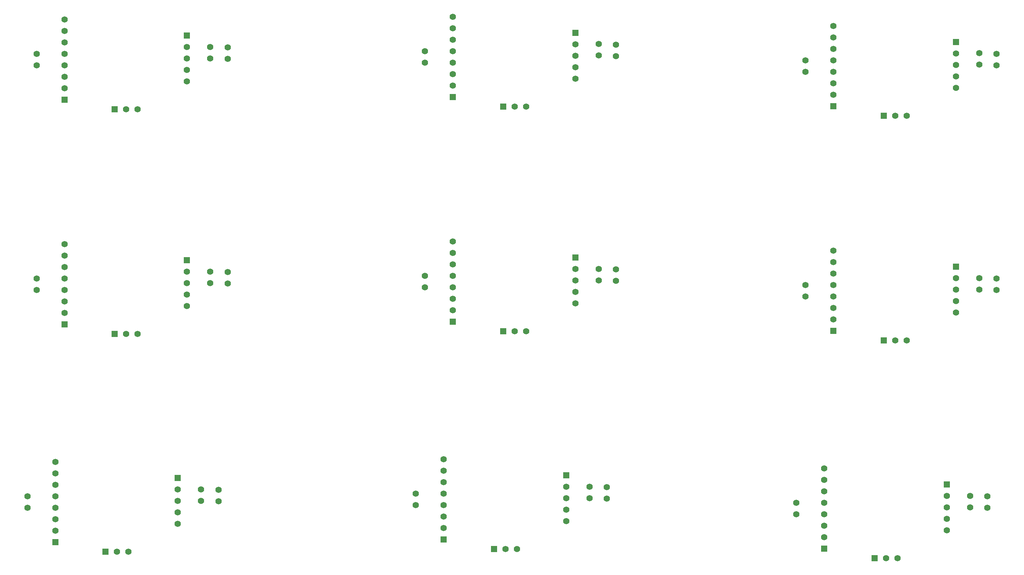
<source format=gtl>
G04 (created by PCBNEW-RS274X (2011-05-25)-stable) date mar 27 dic 2011 13:05:06 UYST*
G01*
G70*
G90*
%MOIN*%
G04 Gerber Fmt 3.4, Leading zero omitted, Abs format*
%FSLAX34Y34*%
G04 APERTURE LIST*
%ADD10C,0.006000*%
%ADD11R,0.055000X0.055000*%
%ADD12C,0.055000*%
G04 APERTURE END LIST*
G54D10*
G54D11*
X82531Y-58836D03*
G54D12*
X82531Y-57836D03*
X82531Y-56836D03*
X82531Y-55836D03*
X82531Y-54836D03*
X82531Y-53836D03*
X82531Y-52836D03*
X82531Y-51836D03*
X95259Y-54229D03*
X95259Y-55229D03*
X96767Y-54265D03*
X96767Y-55265D03*
X80114Y-55836D03*
X80114Y-54836D03*
G54D11*
X86921Y-59674D03*
G54D12*
X87921Y-59674D03*
X88921Y-59674D03*
G54D11*
X93224Y-53233D03*
G54D12*
X93224Y-54233D03*
X93224Y-55233D03*
X93224Y-56233D03*
X93224Y-57233D03*
G54D11*
X93224Y-53233D03*
G54D12*
X93224Y-54233D03*
X93224Y-55233D03*
X93224Y-56233D03*
X93224Y-57233D03*
G54D11*
X86921Y-59674D03*
G54D12*
X87921Y-59674D03*
X88921Y-59674D03*
X80114Y-55836D03*
X80114Y-54836D03*
X96767Y-54265D03*
X96767Y-55265D03*
X95259Y-54229D03*
X95259Y-55229D03*
G54D11*
X82531Y-58836D03*
G54D12*
X82531Y-57836D03*
X82531Y-56836D03*
X82531Y-55836D03*
X82531Y-54836D03*
X82531Y-53836D03*
X82531Y-52836D03*
X82531Y-51836D03*
G54D11*
X82531Y-58836D03*
G54D12*
X82531Y-57836D03*
X82531Y-56836D03*
X82531Y-55836D03*
X82531Y-54836D03*
X82531Y-53836D03*
X82531Y-52836D03*
X82531Y-51836D03*
X95259Y-54229D03*
X95259Y-55229D03*
X96767Y-54265D03*
X96767Y-55265D03*
X80114Y-55836D03*
X80114Y-54836D03*
G54D11*
X86921Y-59674D03*
G54D12*
X87921Y-59674D03*
X88921Y-59674D03*
G54D11*
X93224Y-53233D03*
G54D12*
X93224Y-54233D03*
X93224Y-55233D03*
X93224Y-56233D03*
X93224Y-57233D03*
G54D11*
X93224Y-53233D03*
G54D12*
X93224Y-54233D03*
X93224Y-55233D03*
X93224Y-56233D03*
X93224Y-57233D03*
G54D11*
X86921Y-59674D03*
G54D12*
X87921Y-59674D03*
X88921Y-59674D03*
X80114Y-55836D03*
X80114Y-54836D03*
X96767Y-54265D03*
X96767Y-55265D03*
X95259Y-54229D03*
X95259Y-55229D03*
G54D11*
X82531Y-58836D03*
G54D12*
X82531Y-57836D03*
X82531Y-56836D03*
X82531Y-55836D03*
X82531Y-54836D03*
X82531Y-53836D03*
X82531Y-52836D03*
X82531Y-51836D03*
G54D11*
X82531Y-58836D03*
G54D12*
X82531Y-57836D03*
X82531Y-56836D03*
X82531Y-55836D03*
X82531Y-54836D03*
X82531Y-53836D03*
X82531Y-52836D03*
X82531Y-51836D03*
X95259Y-54229D03*
X95259Y-55229D03*
X96767Y-54265D03*
X96767Y-55265D03*
X80114Y-55836D03*
X80114Y-54836D03*
G54D11*
X86921Y-59674D03*
G54D12*
X87921Y-59674D03*
X88921Y-59674D03*
G54D11*
X93224Y-53233D03*
G54D12*
X93224Y-54233D03*
X93224Y-55233D03*
X93224Y-56233D03*
X93224Y-57233D03*
G54D11*
X93224Y-53233D03*
G54D12*
X93224Y-54233D03*
X93224Y-55233D03*
X93224Y-56233D03*
X93224Y-57233D03*
G54D11*
X86921Y-59674D03*
G54D12*
X87921Y-59674D03*
X88921Y-59674D03*
X80114Y-55836D03*
X80114Y-54836D03*
X96767Y-54265D03*
X96767Y-55265D03*
X95259Y-54229D03*
X95259Y-55229D03*
G54D11*
X82531Y-58836D03*
G54D12*
X82531Y-57836D03*
X82531Y-56836D03*
X82531Y-55836D03*
X82531Y-54836D03*
X82531Y-53836D03*
X82531Y-52836D03*
X82531Y-51836D03*
G54D11*
X82531Y-58836D03*
G54D12*
X82531Y-57836D03*
X82531Y-56836D03*
X82531Y-55836D03*
X82531Y-54836D03*
X82531Y-53836D03*
X82531Y-52836D03*
X82531Y-51836D03*
X95259Y-54229D03*
X95259Y-55229D03*
X96767Y-54265D03*
X96767Y-55265D03*
X80114Y-55836D03*
X80114Y-54836D03*
G54D11*
X86921Y-59674D03*
G54D12*
X87921Y-59674D03*
X88921Y-59674D03*
G54D11*
X93224Y-53233D03*
G54D12*
X93224Y-54233D03*
X93224Y-55233D03*
X93224Y-56233D03*
X93224Y-57233D03*
G54D11*
X93224Y-53233D03*
G54D12*
X93224Y-54233D03*
X93224Y-55233D03*
X93224Y-56233D03*
X93224Y-57233D03*
G54D11*
X86921Y-59674D03*
G54D12*
X87921Y-59674D03*
X88921Y-59674D03*
X80114Y-55836D03*
X80114Y-54836D03*
X96767Y-54265D03*
X96767Y-55265D03*
X95259Y-54229D03*
X95259Y-55229D03*
G54D11*
X82531Y-58836D03*
G54D12*
X82531Y-57836D03*
X82531Y-56836D03*
X82531Y-55836D03*
X82531Y-54836D03*
X82531Y-53836D03*
X82531Y-52836D03*
X82531Y-51836D03*
G54D11*
X15453Y-58277D03*
G54D12*
X15453Y-57277D03*
X15453Y-56277D03*
X15453Y-55277D03*
X15453Y-54277D03*
X15453Y-53277D03*
X15453Y-52277D03*
X15453Y-51277D03*
X28181Y-53670D03*
X28181Y-54670D03*
X29689Y-53706D03*
X29689Y-54706D03*
X13036Y-55277D03*
X13036Y-54277D03*
G54D11*
X19843Y-59115D03*
G54D12*
X20843Y-59115D03*
X21843Y-59115D03*
G54D11*
X26146Y-52674D03*
G54D12*
X26146Y-53674D03*
X26146Y-54674D03*
X26146Y-55674D03*
X26146Y-56674D03*
G54D11*
X26146Y-52674D03*
G54D12*
X26146Y-53674D03*
X26146Y-54674D03*
X26146Y-55674D03*
X26146Y-56674D03*
G54D11*
X19843Y-59115D03*
G54D12*
X20843Y-59115D03*
X21843Y-59115D03*
X13036Y-55277D03*
X13036Y-54277D03*
X29689Y-53706D03*
X29689Y-54706D03*
X28181Y-53670D03*
X28181Y-54670D03*
G54D11*
X15453Y-58277D03*
G54D12*
X15453Y-57277D03*
X15453Y-56277D03*
X15453Y-55277D03*
X15453Y-54277D03*
X15453Y-53277D03*
X15453Y-52277D03*
X15453Y-51277D03*
G54D11*
X15453Y-58277D03*
G54D12*
X15453Y-57277D03*
X15453Y-56277D03*
X15453Y-55277D03*
X15453Y-54277D03*
X15453Y-53277D03*
X15453Y-52277D03*
X15453Y-51277D03*
X28181Y-53670D03*
X28181Y-54670D03*
X29689Y-53706D03*
X29689Y-54706D03*
X13036Y-55277D03*
X13036Y-54277D03*
G54D11*
X19843Y-59115D03*
G54D12*
X20843Y-59115D03*
X21843Y-59115D03*
G54D11*
X26146Y-52674D03*
G54D12*
X26146Y-53674D03*
X26146Y-54674D03*
X26146Y-55674D03*
X26146Y-56674D03*
G54D11*
X26146Y-52674D03*
G54D12*
X26146Y-53674D03*
X26146Y-54674D03*
X26146Y-55674D03*
X26146Y-56674D03*
G54D11*
X19843Y-59115D03*
G54D12*
X20843Y-59115D03*
X21843Y-59115D03*
X13036Y-55277D03*
X13036Y-54277D03*
X29689Y-53706D03*
X29689Y-54706D03*
X28181Y-53670D03*
X28181Y-54670D03*
G54D11*
X15453Y-58277D03*
G54D12*
X15453Y-57277D03*
X15453Y-56277D03*
X15453Y-55277D03*
X15453Y-54277D03*
X15453Y-53277D03*
X15453Y-52277D03*
X15453Y-51277D03*
G54D11*
X15453Y-58277D03*
G54D12*
X15453Y-57277D03*
X15453Y-56277D03*
X15453Y-55277D03*
X15453Y-54277D03*
X15453Y-53277D03*
X15453Y-52277D03*
X15453Y-51277D03*
X28181Y-53670D03*
X28181Y-54670D03*
X29689Y-53706D03*
X29689Y-54706D03*
X13036Y-55277D03*
X13036Y-54277D03*
G54D11*
X19843Y-59115D03*
G54D12*
X20843Y-59115D03*
X21843Y-59115D03*
G54D11*
X26146Y-52674D03*
G54D12*
X26146Y-53674D03*
X26146Y-54674D03*
X26146Y-55674D03*
X26146Y-56674D03*
G54D11*
X26146Y-52674D03*
G54D12*
X26146Y-53674D03*
X26146Y-54674D03*
X26146Y-55674D03*
X26146Y-56674D03*
G54D11*
X19843Y-59115D03*
G54D12*
X20843Y-59115D03*
X21843Y-59115D03*
X13036Y-55277D03*
X13036Y-54277D03*
X29689Y-53706D03*
X29689Y-54706D03*
X28181Y-53670D03*
X28181Y-54670D03*
G54D11*
X15453Y-58277D03*
G54D12*
X15453Y-57277D03*
X15453Y-56277D03*
X15453Y-55277D03*
X15453Y-54277D03*
X15453Y-53277D03*
X15453Y-52277D03*
X15453Y-51277D03*
G54D11*
X15453Y-58277D03*
G54D12*
X15453Y-57277D03*
X15453Y-56277D03*
X15453Y-55277D03*
X15453Y-54277D03*
X15453Y-53277D03*
X15453Y-52277D03*
X15453Y-51277D03*
X28181Y-53670D03*
X28181Y-54670D03*
X29689Y-53706D03*
X29689Y-54706D03*
X13036Y-55277D03*
X13036Y-54277D03*
G54D11*
X19843Y-59115D03*
G54D12*
X20843Y-59115D03*
X21843Y-59115D03*
G54D11*
X26146Y-52674D03*
G54D12*
X26146Y-53674D03*
X26146Y-54674D03*
X26146Y-55674D03*
X26146Y-56674D03*
G54D11*
X26146Y-52674D03*
G54D12*
X26146Y-53674D03*
X26146Y-54674D03*
X26146Y-55674D03*
X26146Y-56674D03*
G54D11*
X19843Y-59115D03*
G54D12*
X20843Y-59115D03*
X21843Y-59115D03*
X13036Y-55277D03*
X13036Y-54277D03*
X29689Y-53706D03*
X29689Y-54706D03*
X28181Y-53670D03*
X28181Y-54670D03*
G54D11*
X15453Y-58277D03*
G54D12*
X15453Y-57277D03*
X15453Y-56277D03*
X15453Y-55277D03*
X15453Y-54277D03*
X15453Y-53277D03*
X15453Y-52277D03*
X15453Y-51277D03*
G54D11*
X49331Y-58037D03*
G54D12*
X49331Y-57037D03*
X49331Y-56037D03*
X49331Y-55037D03*
X49331Y-54037D03*
X49331Y-53037D03*
X49331Y-52037D03*
X49331Y-51037D03*
X62059Y-53430D03*
X62059Y-54430D03*
X63567Y-53466D03*
X63567Y-54466D03*
X46914Y-55037D03*
X46914Y-54037D03*
G54D11*
X53721Y-58875D03*
G54D12*
X54721Y-58875D03*
X55721Y-58875D03*
G54D11*
X60024Y-52434D03*
G54D12*
X60024Y-53434D03*
X60024Y-54434D03*
X60024Y-55434D03*
X60024Y-56434D03*
G54D11*
X60024Y-52434D03*
G54D12*
X60024Y-53434D03*
X60024Y-54434D03*
X60024Y-55434D03*
X60024Y-56434D03*
G54D11*
X53721Y-58875D03*
G54D12*
X54721Y-58875D03*
X55721Y-58875D03*
X46914Y-55037D03*
X46914Y-54037D03*
X63567Y-53466D03*
X63567Y-54466D03*
X62059Y-53430D03*
X62059Y-54430D03*
G54D11*
X49331Y-58037D03*
G54D12*
X49331Y-57037D03*
X49331Y-56037D03*
X49331Y-55037D03*
X49331Y-54037D03*
X49331Y-53037D03*
X49331Y-52037D03*
X49331Y-51037D03*
G54D11*
X49331Y-58037D03*
G54D12*
X49331Y-57037D03*
X49331Y-56037D03*
X49331Y-55037D03*
X49331Y-54037D03*
X49331Y-53037D03*
X49331Y-52037D03*
X49331Y-51037D03*
X62059Y-53430D03*
X62059Y-54430D03*
X63567Y-53466D03*
X63567Y-54466D03*
X46914Y-55037D03*
X46914Y-54037D03*
G54D11*
X53721Y-58875D03*
G54D12*
X54721Y-58875D03*
X55721Y-58875D03*
G54D11*
X60024Y-52434D03*
G54D12*
X60024Y-53434D03*
X60024Y-54434D03*
X60024Y-55434D03*
X60024Y-56434D03*
G54D11*
X60024Y-52434D03*
G54D12*
X60024Y-53434D03*
X60024Y-54434D03*
X60024Y-55434D03*
X60024Y-56434D03*
G54D11*
X53721Y-58875D03*
G54D12*
X54721Y-58875D03*
X55721Y-58875D03*
X46914Y-55037D03*
X46914Y-54037D03*
X63567Y-53466D03*
X63567Y-54466D03*
X62059Y-53430D03*
X62059Y-54430D03*
G54D11*
X49331Y-58037D03*
G54D12*
X49331Y-57037D03*
X49331Y-56037D03*
X49331Y-55037D03*
X49331Y-54037D03*
X49331Y-53037D03*
X49331Y-52037D03*
X49331Y-51037D03*
G54D11*
X49331Y-58037D03*
G54D12*
X49331Y-57037D03*
X49331Y-56037D03*
X49331Y-55037D03*
X49331Y-54037D03*
X49331Y-53037D03*
X49331Y-52037D03*
X49331Y-51037D03*
X62059Y-53430D03*
X62059Y-54430D03*
X63567Y-53466D03*
X63567Y-54466D03*
X46914Y-55037D03*
X46914Y-54037D03*
G54D11*
X53721Y-58875D03*
G54D12*
X54721Y-58875D03*
X55721Y-58875D03*
G54D11*
X60024Y-52434D03*
G54D12*
X60024Y-53434D03*
X60024Y-54434D03*
X60024Y-55434D03*
X60024Y-56434D03*
G54D11*
X60024Y-52434D03*
G54D12*
X60024Y-53434D03*
X60024Y-54434D03*
X60024Y-55434D03*
X60024Y-56434D03*
G54D11*
X53721Y-58875D03*
G54D12*
X54721Y-58875D03*
X55721Y-58875D03*
X46914Y-55037D03*
X46914Y-54037D03*
X63567Y-53466D03*
X63567Y-54466D03*
X62059Y-53430D03*
X62059Y-54430D03*
G54D11*
X49331Y-58037D03*
G54D12*
X49331Y-57037D03*
X49331Y-56037D03*
X49331Y-55037D03*
X49331Y-54037D03*
X49331Y-53037D03*
X49331Y-52037D03*
X49331Y-51037D03*
G54D11*
X49331Y-58037D03*
G54D12*
X49331Y-57037D03*
X49331Y-56037D03*
X49331Y-55037D03*
X49331Y-54037D03*
X49331Y-53037D03*
X49331Y-52037D03*
X49331Y-51037D03*
X62059Y-53430D03*
X62059Y-54430D03*
X63567Y-53466D03*
X63567Y-54466D03*
X46914Y-55037D03*
X46914Y-54037D03*
G54D11*
X53721Y-58875D03*
G54D12*
X54721Y-58875D03*
X55721Y-58875D03*
G54D11*
X60024Y-52434D03*
G54D12*
X60024Y-53434D03*
X60024Y-54434D03*
X60024Y-55434D03*
X60024Y-56434D03*
G54D11*
X60024Y-52434D03*
G54D12*
X60024Y-53434D03*
X60024Y-54434D03*
X60024Y-55434D03*
X60024Y-56434D03*
G54D11*
X53721Y-58875D03*
G54D12*
X54721Y-58875D03*
X55721Y-58875D03*
X46914Y-55037D03*
X46914Y-54037D03*
X63567Y-53466D03*
X63567Y-54466D03*
X62059Y-53430D03*
X62059Y-54430D03*
G54D11*
X49331Y-58037D03*
G54D12*
X49331Y-57037D03*
X49331Y-56037D03*
X49331Y-55037D03*
X49331Y-54037D03*
X49331Y-53037D03*
X49331Y-52037D03*
X49331Y-51037D03*
G54D11*
X50130Y-39037D03*
G54D12*
X50130Y-38037D03*
X50130Y-37037D03*
X50130Y-36037D03*
X50130Y-35037D03*
X50130Y-34037D03*
X50130Y-33037D03*
X50130Y-32037D03*
X62858Y-34430D03*
X62858Y-35430D03*
X64366Y-34466D03*
X64366Y-35466D03*
X47713Y-36037D03*
X47713Y-35037D03*
G54D11*
X54520Y-39875D03*
G54D12*
X55520Y-39875D03*
X56520Y-39875D03*
G54D11*
X60823Y-33434D03*
G54D12*
X60823Y-34434D03*
X60823Y-35434D03*
X60823Y-36434D03*
X60823Y-37434D03*
G54D11*
X60823Y-33434D03*
G54D12*
X60823Y-34434D03*
X60823Y-35434D03*
X60823Y-36434D03*
X60823Y-37434D03*
G54D11*
X54520Y-39875D03*
G54D12*
X55520Y-39875D03*
X56520Y-39875D03*
X47713Y-36037D03*
X47713Y-35037D03*
X64366Y-34466D03*
X64366Y-35466D03*
X62858Y-34430D03*
X62858Y-35430D03*
G54D11*
X50130Y-39037D03*
G54D12*
X50130Y-38037D03*
X50130Y-37037D03*
X50130Y-36037D03*
X50130Y-35037D03*
X50130Y-34037D03*
X50130Y-33037D03*
X50130Y-32037D03*
G54D11*
X50130Y-39037D03*
G54D12*
X50130Y-38037D03*
X50130Y-37037D03*
X50130Y-36037D03*
X50130Y-35037D03*
X50130Y-34037D03*
X50130Y-33037D03*
X50130Y-32037D03*
X62858Y-34430D03*
X62858Y-35430D03*
X64366Y-34466D03*
X64366Y-35466D03*
X47713Y-36037D03*
X47713Y-35037D03*
G54D11*
X54520Y-39875D03*
G54D12*
X55520Y-39875D03*
X56520Y-39875D03*
G54D11*
X60823Y-33434D03*
G54D12*
X60823Y-34434D03*
X60823Y-35434D03*
X60823Y-36434D03*
X60823Y-37434D03*
G54D11*
X60823Y-33434D03*
G54D12*
X60823Y-34434D03*
X60823Y-35434D03*
X60823Y-36434D03*
X60823Y-37434D03*
G54D11*
X54520Y-39875D03*
G54D12*
X55520Y-39875D03*
X56520Y-39875D03*
X47713Y-36037D03*
X47713Y-35037D03*
X64366Y-34466D03*
X64366Y-35466D03*
X62858Y-34430D03*
X62858Y-35430D03*
G54D11*
X50130Y-39037D03*
G54D12*
X50130Y-38037D03*
X50130Y-37037D03*
X50130Y-36037D03*
X50130Y-35037D03*
X50130Y-34037D03*
X50130Y-33037D03*
X50130Y-32037D03*
G54D11*
X50130Y-39037D03*
G54D12*
X50130Y-38037D03*
X50130Y-37037D03*
X50130Y-36037D03*
X50130Y-35037D03*
X50130Y-34037D03*
X50130Y-33037D03*
X50130Y-32037D03*
X62858Y-34430D03*
X62858Y-35430D03*
X64366Y-34466D03*
X64366Y-35466D03*
X47713Y-36037D03*
X47713Y-35037D03*
G54D11*
X54520Y-39875D03*
G54D12*
X55520Y-39875D03*
X56520Y-39875D03*
G54D11*
X60823Y-33434D03*
G54D12*
X60823Y-34434D03*
X60823Y-35434D03*
X60823Y-36434D03*
X60823Y-37434D03*
G54D11*
X60823Y-33434D03*
G54D12*
X60823Y-34434D03*
X60823Y-35434D03*
X60823Y-36434D03*
X60823Y-37434D03*
G54D11*
X54520Y-39875D03*
G54D12*
X55520Y-39875D03*
X56520Y-39875D03*
X47713Y-36037D03*
X47713Y-35037D03*
X64366Y-34466D03*
X64366Y-35466D03*
X62858Y-34430D03*
X62858Y-35430D03*
G54D11*
X50130Y-39037D03*
G54D12*
X50130Y-38037D03*
X50130Y-37037D03*
X50130Y-36037D03*
X50130Y-35037D03*
X50130Y-34037D03*
X50130Y-33037D03*
X50130Y-32037D03*
G54D11*
X50130Y-39037D03*
G54D12*
X50130Y-38037D03*
X50130Y-37037D03*
X50130Y-36037D03*
X50130Y-35037D03*
X50130Y-34037D03*
X50130Y-33037D03*
X50130Y-32037D03*
X62858Y-34430D03*
X62858Y-35430D03*
X64366Y-34466D03*
X64366Y-35466D03*
X47713Y-36037D03*
X47713Y-35037D03*
G54D11*
X54520Y-39875D03*
G54D12*
X55520Y-39875D03*
X56520Y-39875D03*
G54D11*
X60823Y-33434D03*
G54D12*
X60823Y-34434D03*
X60823Y-35434D03*
X60823Y-36434D03*
X60823Y-37434D03*
G54D11*
X60823Y-33434D03*
G54D12*
X60823Y-34434D03*
X60823Y-35434D03*
X60823Y-36434D03*
X60823Y-37434D03*
G54D11*
X54520Y-39875D03*
G54D12*
X55520Y-39875D03*
X56520Y-39875D03*
X47713Y-36037D03*
X47713Y-35037D03*
X64366Y-34466D03*
X64366Y-35466D03*
X62858Y-34430D03*
X62858Y-35430D03*
G54D11*
X50130Y-39037D03*
G54D12*
X50130Y-38037D03*
X50130Y-37037D03*
X50130Y-36037D03*
X50130Y-35037D03*
X50130Y-34037D03*
X50130Y-33037D03*
X50130Y-32037D03*
G54D11*
X16252Y-39277D03*
G54D12*
X16252Y-38277D03*
X16252Y-37277D03*
X16252Y-36277D03*
X16252Y-35277D03*
X16252Y-34277D03*
X16252Y-33277D03*
X16252Y-32277D03*
X28980Y-34670D03*
X28980Y-35670D03*
X30488Y-34706D03*
X30488Y-35706D03*
X13835Y-36277D03*
X13835Y-35277D03*
G54D11*
X20642Y-40115D03*
G54D12*
X21642Y-40115D03*
X22642Y-40115D03*
G54D11*
X26945Y-33674D03*
G54D12*
X26945Y-34674D03*
X26945Y-35674D03*
X26945Y-36674D03*
X26945Y-37674D03*
G54D11*
X26945Y-33674D03*
G54D12*
X26945Y-34674D03*
X26945Y-35674D03*
X26945Y-36674D03*
X26945Y-37674D03*
G54D11*
X20642Y-40115D03*
G54D12*
X21642Y-40115D03*
X22642Y-40115D03*
X13835Y-36277D03*
X13835Y-35277D03*
X30488Y-34706D03*
X30488Y-35706D03*
X28980Y-34670D03*
X28980Y-35670D03*
G54D11*
X16252Y-39277D03*
G54D12*
X16252Y-38277D03*
X16252Y-37277D03*
X16252Y-36277D03*
X16252Y-35277D03*
X16252Y-34277D03*
X16252Y-33277D03*
X16252Y-32277D03*
G54D11*
X16252Y-39277D03*
G54D12*
X16252Y-38277D03*
X16252Y-37277D03*
X16252Y-36277D03*
X16252Y-35277D03*
X16252Y-34277D03*
X16252Y-33277D03*
X16252Y-32277D03*
X28980Y-34670D03*
X28980Y-35670D03*
X30488Y-34706D03*
X30488Y-35706D03*
X13835Y-36277D03*
X13835Y-35277D03*
G54D11*
X20642Y-40115D03*
G54D12*
X21642Y-40115D03*
X22642Y-40115D03*
G54D11*
X26945Y-33674D03*
G54D12*
X26945Y-34674D03*
X26945Y-35674D03*
X26945Y-36674D03*
X26945Y-37674D03*
G54D11*
X26945Y-33674D03*
G54D12*
X26945Y-34674D03*
X26945Y-35674D03*
X26945Y-36674D03*
X26945Y-37674D03*
G54D11*
X20642Y-40115D03*
G54D12*
X21642Y-40115D03*
X22642Y-40115D03*
X13835Y-36277D03*
X13835Y-35277D03*
X30488Y-34706D03*
X30488Y-35706D03*
X28980Y-34670D03*
X28980Y-35670D03*
G54D11*
X16252Y-39277D03*
G54D12*
X16252Y-38277D03*
X16252Y-37277D03*
X16252Y-36277D03*
X16252Y-35277D03*
X16252Y-34277D03*
X16252Y-33277D03*
X16252Y-32277D03*
G54D11*
X16252Y-39277D03*
G54D12*
X16252Y-38277D03*
X16252Y-37277D03*
X16252Y-36277D03*
X16252Y-35277D03*
X16252Y-34277D03*
X16252Y-33277D03*
X16252Y-32277D03*
X28980Y-34670D03*
X28980Y-35670D03*
X30488Y-34706D03*
X30488Y-35706D03*
X13835Y-36277D03*
X13835Y-35277D03*
G54D11*
X20642Y-40115D03*
G54D12*
X21642Y-40115D03*
X22642Y-40115D03*
G54D11*
X26945Y-33674D03*
G54D12*
X26945Y-34674D03*
X26945Y-35674D03*
X26945Y-36674D03*
X26945Y-37674D03*
G54D11*
X26945Y-33674D03*
G54D12*
X26945Y-34674D03*
X26945Y-35674D03*
X26945Y-36674D03*
X26945Y-37674D03*
G54D11*
X20642Y-40115D03*
G54D12*
X21642Y-40115D03*
X22642Y-40115D03*
X13835Y-36277D03*
X13835Y-35277D03*
X30488Y-34706D03*
X30488Y-35706D03*
X28980Y-34670D03*
X28980Y-35670D03*
G54D11*
X16252Y-39277D03*
G54D12*
X16252Y-38277D03*
X16252Y-37277D03*
X16252Y-36277D03*
X16252Y-35277D03*
X16252Y-34277D03*
X16252Y-33277D03*
X16252Y-32277D03*
G54D11*
X16252Y-39277D03*
G54D12*
X16252Y-38277D03*
X16252Y-37277D03*
X16252Y-36277D03*
X16252Y-35277D03*
X16252Y-34277D03*
X16252Y-33277D03*
X16252Y-32277D03*
X28980Y-34670D03*
X28980Y-35670D03*
X30488Y-34706D03*
X30488Y-35706D03*
X13835Y-36277D03*
X13835Y-35277D03*
G54D11*
X20642Y-40115D03*
G54D12*
X21642Y-40115D03*
X22642Y-40115D03*
G54D11*
X26945Y-33674D03*
G54D12*
X26945Y-34674D03*
X26945Y-35674D03*
X26945Y-36674D03*
X26945Y-37674D03*
G54D11*
X26945Y-33674D03*
G54D12*
X26945Y-34674D03*
X26945Y-35674D03*
X26945Y-36674D03*
X26945Y-37674D03*
G54D11*
X20642Y-40115D03*
G54D12*
X21642Y-40115D03*
X22642Y-40115D03*
X13835Y-36277D03*
X13835Y-35277D03*
X30488Y-34706D03*
X30488Y-35706D03*
X28980Y-34670D03*
X28980Y-35670D03*
G54D11*
X16252Y-39277D03*
G54D12*
X16252Y-38277D03*
X16252Y-37277D03*
X16252Y-36277D03*
X16252Y-35277D03*
X16252Y-34277D03*
X16252Y-33277D03*
X16252Y-32277D03*
G54D11*
X83330Y-39836D03*
G54D12*
X83330Y-38836D03*
X83330Y-37836D03*
X83330Y-36836D03*
X83330Y-35836D03*
X83330Y-34836D03*
X83330Y-33836D03*
X83330Y-32836D03*
X96058Y-35229D03*
X96058Y-36229D03*
X97566Y-35265D03*
X97566Y-36265D03*
X80913Y-36836D03*
X80913Y-35836D03*
G54D11*
X87720Y-40674D03*
G54D12*
X88720Y-40674D03*
X89720Y-40674D03*
G54D11*
X94023Y-34233D03*
G54D12*
X94023Y-35233D03*
X94023Y-36233D03*
X94023Y-37233D03*
X94023Y-38233D03*
G54D11*
X94023Y-34233D03*
G54D12*
X94023Y-35233D03*
X94023Y-36233D03*
X94023Y-37233D03*
X94023Y-38233D03*
G54D11*
X87720Y-40674D03*
G54D12*
X88720Y-40674D03*
X89720Y-40674D03*
X80913Y-36836D03*
X80913Y-35836D03*
X97566Y-35265D03*
X97566Y-36265D03*
X96058Y-35229D03*
X96058Y-36229D03*
G54D11*
X83330Y-39836D03*
G54D12*
X83330Y-38836D03*
X83330Y-37836D03*
X83330Y-36836D03*
X83330Y-35836D03*
X83330Y-34836D03*
X83330Y-33836D03*
X83330Y-32836D03*
G54D11*
X83330Y-39836D03*
G54D12*
X83330Y-38836D03*
X83330Y-37836D03*
X83330Y-36836D03*
X83330Y-35836D03*
X83330Y-34836D03*
X83330Y-33836D03*
X83330Y-32836D03*
X96058Y-35229D03*
X96058Y-36229D03*
X97566Y-35265D03*
X97566Y-36265D03*
X80913Y-36836D03*
X80913Y-35836D03*
G54D11*
X87720Y-40674D03*
G54D12*
X88720Y-40674D03*
X89720Y-40674D03*
G54D11*
X94023Y-34233D03*
G54D12*
X94023Y-35233D03*
X94023Y-36233D03*
X94023Y-37233D03*
X94023Y-38233D03*
G54D11*
X94023Y-34233D03*
G54D12*
X94023Y-35233D03*
X94023Y-36233D03*
X94023Y-37233D03*
X94023Y-38233D03*
G54D11*
X87720Y-40674D03*
G54D12*
X88720Y-40674D03*
X89720Y-40674D03*
X80913Y-36836D03*
X80913Y-35836D03*
X97566Y-35265D03*
X97566Y-36265D03*
X96058Y-35229D03*
X96058Y-36229D03*
G54D11*
X83330Y-39836D03*
G54D12*
X83330Y-38836D03*
X83330Y-37836D03*
X83330Y-36836D03*
X83330Y-35836D03*
X83330Y-34836D03*
X83330Y-33836D03*
X83330Y-32836D03*
G54D11*
X83330Y-39836D03*
G54D12*
X83330Y-38836D03*
X83330Y-37836D03*
X83330Y-36836D03*
X83330Y-35836D03*
X83330Y-34836D03*
X83330Y-33836D03*
X83330Y-32836D03*
X96058Y-35229D03*
X96058Y-36229D03*
X97566Y-35265D03*
X97566Y-36265D03*
X80913Y-36836D03*
X80913Y-35836D03*
G54D11*
X87720Y-40674D03*
G54D12*
X88720Y-40674D03*
X89720Y-40674D03*
G54D11*
X94023Y-34233D03*
G54D12*
X94023Y-35233D03*
X94023Y-36233D03*
X94023Y-37233D03*
X94023Y-38233D03*
G54D11*
X94023Y-34233D03*
G54D12*
X94023Y-35233D03*
X94023Y-36233D03*
X94023Y-37233D03*
X94023Y-38233D03*
G54D11*
X87720Y-40674D03*
G54D12*
X88720Y-40674D03*
X89720Y-40674D03*
X80913Y-36836D03*
X80913Y-35836D03*
X97566Y-35265D03*
X97566Y-36265D03*
X96058Y-35229D03*
X96058Y-36229D03*
G54D11*
X83330Y-39836D03*
G54D12*
X83330Y-38836D03*
X83330Y-37836D03*
X83330Y-36836D03*
X83330Y-35836D03*
X83330Y-34836D03*
X83330Y-33836D03*
X83330Y-32836D03*
G54D11*
X83330Y-39836D03*
G54D12*
X83330Y-38836D03*
X83330Y-37836D03*
X83330Y-36836D03*
X83330Y-35836D03*
X83330Y-34836D03*
X83330Y-33836D03*
X83330Y-32836D03*
X96058Y-35229D03*
X96058Y-36229D03*
X97566Y-35265D03*
X97566Y-36265D03*
X80913Y-36836D03*
X80913Y-35836D03*
G54D11*
X87720Y-40674D03*
G54D12*
X88720Y-40674D03*
X89720Y-40674D03*
G54D11*
X94023Y-34233D03*
G54D12*
X94023Y-35233D03*
X94023Y-36233D03*
X94023Y-37233D03*
X94023Y-38233D03*
G54D11*
X94023Y-34233D03*
G54D12*
X94023Y-35233D03*
X94023Y-36233D03*
X94023Y-37233D03*
X94023Y-38233D03*
G54D11*
X87720Y-40674D03*
G54D12*
X88720Y-40674D03*
X89720Y-40674D03*
X80913Y-36836D03*
X80913Y-35836D03*
X97566Y-35265D03*
X97566Y-36265D03*
X96058Y-35229D03*
X96058Y-36229D03*
G54D11*
X83330Y-39836D03*
G54D12*
X83330Y-38836D03*
X83330Y-37836D03*
X83330Y-36836D03*
X83330Y-35836D03*
X83330Y-34836D03*
X83330Y-33836D03*
X83330Y-32836D03*
G54D11*
X83330Y-20233D03*
G54D12*
X83330Y-19233D03*
X83330Y-18233D03*
X83330Y-17233D03*
X83330Y-16233D03*
X83330Y-15233D03*
X83330Y-14233D03*
X83330Y-13233D03*
X96058Y-15626D03*
X96058Y-16626D03*
X97566Y-15662D03*
X97566Y-16662D03*
X80913Y-17233D03*
X80913Y-16233D03*
G54D11*
X87720Y-21071D03*
G54D12*
X88720Y-21071D03*
X89720Y-21071D03*
G54D11*
X94023Y-14630D03*
G54D12*
X94023Y-15630D03*
X94023Y-16630D03*
X94023Y-17630D03*
X94023Y-18630D03*
G54D11*
X94023Y-14630D03*
G54D12*
X94023Y-15630D03*
X94023Y-16630D03*
X94023Y-17630D03*
X94023Y-18630D03*
G54D11*
X87720Y-21071D03*
G54D12*
X88720Y-21071D03*
X89720Y-21071D03*
X80913Y-17233D03*
X80913Y-16233D03*
X97566Y-15662D03*
X97566Y-16662D03*
X96058Y-15626D03*
X96058Y-16626D03*
G54D11*
X83330Y-20233D03*
G54D12*
X83330Y-19233D03*
X83330Y-18233D03*
X83330Y-17233D03*
X83330Y-16233D03*
X83330Y-15233D03*
X83330Y-14233D03*
X83330Y-13233D03*
G54D11*
X83330Y-20233D03*
G54D12*
X83330Y-19233D03*
X83330Y-18233D03*
X83330Y-17233D03*
X83330Y-16233D03*
X83330Y-15233D03*
X83330Y-14233D03*
X83330Y-13233D03*
X96058Y-15626D03*
X96058Y-16626D03*
X97566Y-15662D03*
X97566Y-16662D03*
X80913Y-17233D03*
X80913Y-16233D03*
G54D11*
X87720Y-21071D03*
G54D12*
X88720Y-21071D03*
X89720Y-21071D03*
G54D11*
X94023Y-14630D03*
G54D12*
X94023Y-15630D03*
X94023Y-16630D03*
X94023Y-17630D03*
X94023Y-18630D03*
G54D11*
X94023Y-14630D03*
G54D12*
X94023Y-15630D03*
X94023Y-16630D03*
X94023Y-17630D03*
X94023Y-18630D03*
G54D11*
X87720Y-21071D03*
G54D12*
X88720Y-21071D03*
X89720Y-21071D03*
X80913Y-17233D03*
X80913Y-16233D03*
X97566Y-15662D03*
X97566Y-16662D03*
X96058Y-15626D03*
X96058Y-16626D03*
G54D11*
X83330Y-20233D03*
G54D12*
X83330Y-19233D03*
X83330Y-18233D03*
X83330Y-17233D03*
X83330Y-16233D03*
X83330Y-15233D03*
X83330Y-14233D03*
X83330Y-13233D03*
G54D11*
X83330Y-20233D03*
G54D12*
X83330Y-19233D03*
X83330Y-18233D03*
X83330Y-17233D03*
X83330Y-16233D03*
X83330Y-15233D03*
X83330Y-14233D03*
X83330Y-13233D03*
X96058Y-15626D03*
X96058Y-16626D03*
X97566Y-15662D03*
X97566Y-16662D03*
X80913Y-17233D03*
X80913Y-16233D03*
G54D11*
X87720Y-21071D03*
G54D12*
X88720Y-21071D03*
X89720Y-21071D03*
G54D11*
X94023Y-14630D03*
G54D12*
X94023Y-15630D03*
X94023Y-16630D03*
X94023Y-17630D03*
X94023Y-18630D03*
G54D11*
X94023Y-14630D03*
G54D12*
X94023Y-15630D03*
X94023Y-16630D03*
X94023Y-17630D03*
X94023Y-18630D03*
G54D11*
X87720Y-21071D03*
G54D12*
X88720Y-21071D03*
X89720Y-21071D03*
X80913Y-17233D03*
X80913Y-16233D03*
X97566Y-15662D03*
X97566Y-16662D03*
X96058Y-15626D03*
X96058Y-16626D03*
G54D11*
X83330Y-20233D03*
G54D12*
X83330Y-19233D03*
X83330Y-18233D03*
X83330Y-17233D03*
X83330Y-16233D03*
X83330Y-15233D03*
X83330Y-14233D03*
X83330Y-13233D03*
G54D11*
X83330Y-20233D03*
G54D12*
X83330Y-19233D03*
X83330Y-18233D03*
X83330Y-17233D03*
X83330Y-16233D03*
X83330Y-15233D03*
X83330Y-14233D03*
X83330Y-13233D03*
X96058Y-15626D03*
X96058Y-16626D03*
X97566Y-15662D03*
X97566Y-16662D03*
X80913Y-17233D03*
X80913Y-16233D03*
G54D11*
X87720Y-21071D03*
G54D12*
X88720Y-21071D03*
X89720Y-21071D03*
G54D11*
X94023Y-14630D03*
G54D12*
X94023Y-15630D03*
X94023Y-16630D03*
X94023Y-17630D03*
X94023Y-18630D03*
G54D11*
X94023Y-14630D03*
G54D12*
X94023Y-15630D03*
X94023Y-16630D03*
X94023Y-17630D03*
X94023Y-18630D03*
G54D11*
X87720Y-21071D03*
G54D12*
X88720Y-21071D03*
X89720Y-21071D03*
X80913Y-17233D03*
X80913Y-16233D03*
X97566Y-15662D03*
X97566Y-16662D03*
X96058Y-15626D03*
X96058Y-16626D03*
G54D11*
X83330Y-20233D03*
G54D12*
X83330Y-19233D03*
X83330Y-18233D03*
X83330Y-17233D03*
X83330Y-16233D03*
X83330Y-15233D03*
X83330Y-14233D03*
X83330Y-13233D03*
G54D11*
X16252Y-19674D03*
G54D12*
X16252Y-18674D03*
X16252Y-17674D03*
X16252Y-16674D03*
X16252Y-15674D03*
X16252Y-14674D03*
X16252Y-13674D03*
X16252Y-12674D03*
X28980Y-15067D03*
X28980Y-16067D03*
X30488Y-15103D03*
X30488Y-16103D03*
X13835Y-16674D03*
X13835Y-15674D03*
G54D11*
X20642Y-20512D03*
G54D12*
X21642Y-20512D03*
X22642Y-20512D03*
G54D11*
X26945Y-14071D03*
G54D12*
X26945Y-15071D03*
X26945Y-16071D03*
X26945Y-17071D03*
X26945Y-18071D03*
G54D11*
X26945Y-14071D03*
G54D12*
X26945Y-15071D03*
X26945Y-16071D03*
X26945Y-17071D03*
X26945Y-18071D03*
G54D11*
X20642Y-20512D03*
G54D12*
X21642Y-20512D03*
X22642Y-20512D03*
X13835Y-16674D03*
X13835Y-15674D03*
X30488Y-15103D03*
X30488Y-16103D03*
X28980Y-15067D03*
X28980Y-16067D03*
G54D11*
X16252Y-19674D03*
G54D12*
X16252Y-18674D03*
X16252Y-17674D03*
X16252Y-16674D03*
X16252Y-15674D03*
X16252Y-14674D03*
X16252Y-13674D03*
X16252Y-12674D03*
G54D11*
X16252Y-19674D03*
G54D12*
X16252Y-18674D03*
X16252Y-17674D03*
X16252Y-16674D03*
X16252Y-15674D03*
X16252Y-14674D03*
X16252Y-13674D03*
X16252Y-12674D03*
X28980Y-15067D03*
X28980Y-16067D03*
X30488Y-15103D03*
X30488Y-16103D03*
X13835Y-16674D03*
X13835Y-15674D03*
G54D11*
X20642Y-20512D03*
G54D12*
X21642Y-20512D03*
X22642Y-20512D03*
G54D11*
X26945Y-14071D03*
G54D12*
X26945Y-15071D03*
X26945Y-16071D03*
X26945Y-17071D03*
X26945Y-18071D03*
G54D11*
X26945Y-14071D03*
G54D12*
X26945Y-15071D03*
X26945Y-16071D03*
X26945Y-17071D03*
X26945Y-18071D03*
G54D11*
X20642Y-20512D03*
G54D12*
X21642Y-20512D03*
X22642Y-20512D03*
X13835Y-16674D03*
X13835Y-15674D03*
X30488Y-15103D03*
X30488Y-16103D03*
X28980Y-15067D03*
X28980Y-16067D03*
G54D11*
X16252Y-19674D03*
G54D12*
X16252Y-18674D03*
X16252Y-17674D03*
X16252Y-16674D03*
X16252Y-15674D03*
X16252Y-14674D03*
X16252Y-13674D03*
X16252Y-12674D03*
G54D11*
X16252Y-19674D03*
G54D12*
X16252Y-18674D03*
X16252Y-17674D03*
X16252Y-16674D03*
X16252Y-15674D03*
X16252Y-14674D03*
X16252Y-13674D03*
X16252Y-12674D03*
X28980Y-15067D03*
X28980Y-16067D03*
X30488Y-15103D03*
X30488Y-16103D03*
X13835Y-16674D03*
X13835Y-15674D03*
G54D11*
X20642Y-20512D03*
G54D12*
X21642Y-20512D03*
X22642Y-20512D03*
G54D11*
X26945Y-14071D03*
G54D12*
X26945Y-15071D03*
X26945Y-16071D03*
X26945Y-17071D03*
X26945Y-18071D03*
G54D11*
X26945Y-14071D03*
G54D12*
X26945Y-15071D03*
X26945Y-16071D03*
X26945Y-17071D03*
X26945Y-18071D03*
G54D11*
X20642Y-20512D03*
G54D12*
X21642Y-20512D03*
X22642Y-20512D03*
X13835Y-16674D03*
X13835Y-15674D03*
X30488Y-15103D03*
X30488Y-16103D03*
X28980Y-15067D03*
X28980Y-16067D03*
G54D11*
X16252Y-19674D03*
G54D12*
X16252Y-18674D03*
X16252Y-17674D03*
X16252Y-16674D03*
X16252Y-15674D03*
X16252Y-14674D03*
X16252Y-13674D03*
X16252Y-12674D03*
G54D11*
X16252Y-19674D03*
G54D12*
X16252Y-18674D03*
X16252Y-17674D03*
X16252Y-16674D03*
X16252Y-15674D03*
X16252Y-14674D03*
X16252Y-13674D03*
X16252Y-12674D03*
X28980Y-15067D03*
X28980Y-16067D03*
X30488Y-15103D03*
X30488Y-16103D03*
X13835Y-16674D03*
X13835Y-15674D03*
G54D11*
X20642Y-20512D03*
G54D12*
X21642Y-20512D03*
X22642Y-20512D03*
G54D11*
X26945Y-14071D03*
G54D12*
X26945Y-15071D03*
X26945Y-16071D03*
X26945Y-17071D03*
X26945Y-18071D03*
G54D11*
X26945Y-14071D03*
G54D12*
X26945Y-15071D03*
X26945Y-16071D03*
X26945Y-17071D03*
X26945Y-18071D03*
G54D11*
X20642Y-20512D03*
G54D12*
X21642Y-20512D03*
X22642Y-20512D03*
X13835Y-16674D03*
X13835Y-15674D03*
X30488Y-15103D03*
X30488Y-16103D03*
X28980Y-15067D03*
X28980Y-16067D03*
G54D11*
X16252Y-19674D03*
G54D12*
X16252Y-18674D03*
X16252Y-17674D03*
X16252Y-16674D03*
X16252Y-15674D03*
X16252Y-14674D03*
X16252Y-13674D03*
X16252Y-12674D03*
G54D11*
X50130Y-19434D03*
G54D12*
X50130Y-18434D03*
X50130Y-17434D03*
X50130Y-16434D03*
X50130Y-15434D03*
X50130Y-14434D03*
X50130Y-13434D03*
X50130Y-12434D03*
X62858Y-14827D03*
X62858Y-15827D03*
X64366Y-14863D03*
X64366Y-15863D03*
X47713Y-16434D03*
X47713Y-15434D03*
G54D11*
X54520Y-20272D03*
G54D12*
X55520Y-20272D03*
X56520Y-20272D03*
G54D11*
X60823Y-13831D03*
G54D12*
X60823Y-14831D03*
X60823Y-15831D03*
X60823Y-16831D03*
X60823Y-17831D03*
G54D11*
X60823Y-13831D03*
G54D12*
X60823Y-14831D03*
X60823Y-15831D03*
X60823Y-16831D03*
X60823Y-17831D03*
G54D11*
X54520Y-20272D03*
G54D12*
X55520Y-20272D03*
X56520Y-20272D03*
X47713Y-16434D03*
X47713Y-15434D03*
X64366Y-14863D03*
X64366Y-15863D03*
X62858Y-14827D03*
X62858Y-15827D03*
G54D11*
X50130Y-19434D03*
G54D12*
X50130Y-18434D03*
X50130Y-17434D03*
X50130Y-16434D03*
X50130Y-15434D03*
X50130Y-14434D03*
X50130Y-13434D03*
X50130Y-12434D03*
G54D11*
X50130Y-19434D03*
G54D12*
X50130Y-18434D03*
X50130Y-17434D03*
X50130Y-16434D03*
X50130Y-15434D03*
X50130Y-14434D03*
X50130Y-13434D03*
X50130Y-12434D03*
X62858Y-14827D03*
X62858Y-15827D03*
X64366Y-14863D03*
X64366Y-15863D03*
X47713Y-16434D03*
X47713Y-15434D03*
G54D11*
X54520Y-20272D03*
G54D12*
X55520Y-20272D03*
X56520Y-20272D03*
G54D11*
X60823Y-13831D03*
G54D12*
X60823Y-14831D03*
X60823Y-15831D03*
X60823Y-16831D03*
X60823Y-17831D03*
G54D11*
X60823Y-13831D03*
G54D12*
X60823Y-14831D03*
X60823Y-15831D03*
X60823Y-16831D03*
X60823Y-17831D03*
G54D11*
X54520Y-20272D03*
G54D12*
X55520Y-20272D03*
X56520Y-20272D03*
X47713Y-16434D03*
X47713Y-15434D03*
X64366Y-14863D03*
X64366Y-15863D03*
X62858Y-14827D03*
X62858Y-15827D03*
G54D11*
X50130Y-19434D03*
G54D12*
X50130Y-18434D03*
X50130Y-17434D03*
X50130Y-16434D03*
X50130Y-15434D03*
X50130Y-14434D03*
X50130Y-13434D03*
X50130Y-12434D03*
G54D11*
X50130Y-19434D03*
G54D12*
X50130Y-18434D03*
X50130Y-17434D03*
X50130Y-16434D03*
X50130Y-15434D03*
X50130Y-14434D03*
X50130Y-13434D03*
X50130Y-12434D03*
X62858Y-14827D03*
X62858Y-15827D03*
X64366Y-14863D03*
X64366Y-15863D03*
X47713Y-16434D03*
X47713Y-15434D03*
G54D11*
X54520Y-20272D03*
G54D12*
X55520Y-20272D03*
X56520Y-20272D03*
G54D11*
X60823Y-13831D03*
G54D12*
X60823Y-14831D03*
X60823Y-15831D03*
X60823Y-16831D03*
X60823Y-17831D03*
G54D11*
X60823Y-13831D03*
G54D12*
X60823Y-14831D03*
X60823Y-15831D03*
X60823Y-16831D03*
X60823Y-17831D03*
G54D11*
X54520Y-20272D03*
G54D12*
X55520Y-20272D03*
X56520Y-20272D03*
X47713Y-16434D03*
X47713Y-15434D03*
X64366Y-14863D03*
X64366Y-15863D03*
X62858Y-14827D03*
X62858Y-15827D03*
G54D11*
X50130Y-19434D03*
G54D12*
X50130Y-18434D03*
X50130Y-17434D03*
X50130Y-16434D03*
X50130Y-15434D03*
X50130Y-14434D03*
X50130Y-13434D03*
X50130Y-12434D03*
G54D11*
X50130Y-19434D03*
G54D12*
X50130Y-18434D03*
X50130Y-17434D03*
X50130Y-16434D03*
X50130Y-15434D03*
X50130Y-14434D03*
X50130Y-13434D03*
X50130Y-12434D03*
X62858Y-14827D03*
X62858Y-15827D03*
X64366Y-14863D03*
X64366Y-15863D03*
X47713Y-16434D03*
X47713Y-15434D03*
G54D11*
X54520Y-20272D03*
G54D12*
X55520Y-20272D03*
X56520Y-20272D03*
G54D11*
X60823Y-13831D03*
G54D12*
X60823Y-14831D03*
X60823Y-15831D03*
X60823Y-16831D03*
X60823Y-17831D03*
G54D11*
X60823Y-13831D03*
G54D12*
X60823Y-14831D03*
X60823Y-15831D03*
X60823Y-16831D03*
X60823Y-17831D03*
G54D11*
X54520Y-20272D03*
G54D12*
X55520Y-20272D03*
X56520Y-20272D03*
X47713Y-16434D03*
X47713Y-15434D03*
X64366Y-14863D03*
X64366Y-15863D03*
X62858Y-14827D03*
X62858Y-15827D03*
G54D11*
X50130Y-19434D03*
G54D12*
X50130Y-18434D03*
X50130Y-17434D03*
X50130Y-16434D03*
X50130Y-15434D03*
X50130Y-14434D03*
X50130Y-13434D03*
X50130Y-12434D03*
M02*

</source>
